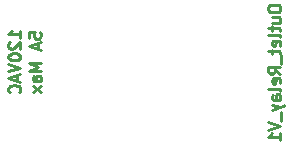
<source format=gbr>
G04 #@! TF.GenerationSoftware,KiCad,Pcbnew,5.0.2-bee76a0~70~ubuntu18.04.1*
G04 #@! TF.CreationDate,2019-01-01T14:42:11-08:00*
G04 #@! TF.ProjectId,Outlet_Relay_V1,4f75746c-6574-45f5-9265-6c61795f5631,rev?*
G04 #@! TF.SameCoordinates,Original*
G04 #@! TF.FileFunction,Legend,Bot*
G04 #@! TF.FilePolarity,Positive*
%FSLAX46Y46*%
G04 Gerber Fmt 4.6, Leading zero omitted, Abs format (unit mm)*
G04 Created by KiCad (PCBNEW 5.0.2-bee76a0~70~ubuntu18.04.1) date Tue 01 Jan 2019 02:42:11 PM PST*
%MOMM*%
%LPD*%
G01*
G04 APERTURE LIST*
%ADD10C,0.250000*%
G04 APERTURE END LIST*
D10*
X140826780Y-78113190D02*
X140826780Y-77541761D01*
X140826780Y-77827476D02*
X139826780Y-77827476D01*
X139969638Y-77732238D01*
X140064876Y-77637000D01*
X140112495Y-77541761D01*
X139922019Y-78494142D02*
X139874400Y-78541761D01*
X139826780Y-78637000D01*
X139826780Y-78875095D01*
X139874400Y-78970333D01*
X139922019Y-79017952D01*
X140017257Y-79065571D01*
X140112495Y-79065571D01*
X140255352Y-79017952D01*
X140826780Y-78446523D01*
X140826780Y-79065571D01*
X139826780Y-79684619D02*
X139826780Y-79779857D01*
X139874400Y-79875095D01*
X139922019Y-79922714D01*
X140017257Y-79970333D01*
X140207733Y-80017952D01*
X140445828Y-80017952D01*
X140636304Y-79970333D01*
X140731542Y-79922714D01*
X140779161Y-79875095D01*
X140826780Y-79779857D01*
X140826780Y-79684619D01*
X140779161Y-79589380D01*
X140731542Y-79541761D01*
X140636304Y-79494142D01*
X140445828Y-79446523D01*
X140207733Y-79446523D01*
X140017257Y-79494142D01*
X139922019Y-79541761D01*
X139874400Y-79589380D01*
X139826780Y-79684619D01*
X139826780Y-80303666D02*
X140826780Y-80637000D01*
X139826780Y-80970333D01*
X140541066Y-81256047D02*
X140541066Y-81732238D01*
X140826780Y-81160809D02*
X139826780Y-81494142D01*
X140826780Y-81827476D01*
X140731542Y-82732238D02*
X140779161Y-82684619D01*
X140826780Y-82541761D01*
X140826780Y-82446523D01*
X140779161Y-82303666D01*
X140683923Y-82208428D01*
X140588685Y-82160809D01*
X140398209Y-82113190D01*
X140255352Y-82113190D01*
X140064876Y-82160809D01*
X139969638Y-82208428D01*
X139874400Y-82303666D01*
X139826780Y-82446523D01*
X139826780Y-82541761D01*
X139874400Y-82684619D01*
X139922019Y-82732238D01*
X141576780Y-78137000D02*
X141576780Y-77660809D01*
X142052971Y-77613190D01*
X142005352Y-77660809D01*
X141957733Y-77756047D01*
X141957733Y-77994142D01*
X142005352Y-78089380D01*
X142052971Y-78137000D01*
X142148209Y-78184619D01*
X142386304Y-78184619D01*
X142481542Y-78137000D01*
X142529161Y-78089380D01*
X142576780Y-77994142D01*
X142576780Y-77756047D01*
X142529161Y-77660809D01*
X142481542Y-77613190D01*
X142291066Y-78565571D02*
X142291066Y-79041761D01*
X142576780Y-78470333D02*
X141576780Y-78803666D01*
X142576780Y-79137000D01*
X142576780Y-80232238D02*
X141576780Y-80232238D01*
X142291066Y-80565571D01*
X141576780Y-80898904D01*
X142576780Y-80898904D01*
X142576780Y-81803666D02*
X142052971Y-81803666D01*
X141957733Y-81756047D01*
X141910114Y-81660809D01*
X141910114Y-81470333D01*
X141957733Y-81375095D01*
X142529161Y-81803666D02*
X142576780Y-81708428D01*
X142576780Y-81470333D01*
X142529161Y-81375095D01*
X142433923Y-81327476D01*
X142338685Y-81327476D01*
X142243447Y-81375095D01*
X142195828Y-81470333D01*
X142195828Y-81708428D01*
X142148209Y-81803666D01*
X142576780Y-82184619D02*
X141910114Y-82708428D01*
X141910114Y-82184619D02*
X142576780Y-82708428D01*
X161834580Y-75538700D02*
X161834580Y-75729176D01*
X161882200Y-75824414D01*
X161977438Y-75919652D01*
X162167914Y-75967271D01*
X162501247Y-75967271D01*
X162691723Y-75919652D01*
X162786961Y-75824414D01*
X162834580Y-75729176D01*
X162834580Y-75538700D01*
X162786961Y-75443461D01*
X162691723Y-75348223D01*
X162501247Y-75300604D01*
X162167914Y-75300604D01*
X161977438Y-75348223D01*
X161882200Y-75443461D01*
X161834580Y-75538700D01*
X162167914Y-76824414D02*
X162834580Y-76824414D01*
X162167914Y-76395842D02*
X162691723Y-76395842D01*
X162786961Y-76443461D01*
X162834580Y-76538700D01*
X162834580Y-76681557D01*
X162786961Y-76776795D01*
X162739342Y-76824414D01*
X162167914Y-77157747D02*
X162167914Y-77538700D01*
X161834580Y-77300604D02*
X162691723Y-77300604D01*
X162786961Y-77348223D01*
X162834580Y-77443461D01*
X162834580Y-77538700D01*
X162834580Y-78014890D02*
X162786961Y-77919652D01*
X162691723Y-77872033D01*
X161834580Y-77872033D01*
X162786961Y-78776795D02*
X162834580Y-78681557D01*
X162834580Y-78491080D01*
X162786961Y-78395842D01*
X162691723Y-78348223D01*
X162310771Y-78348223D01*
X162215533Y-78395842D01*
X162167914Y-78491080D01*
X162167914Y-78681557D01*
X162215533Y-78776795D01*
X162310771Y-78824414D01*
X162406009Y-78824414D01*
X162501247Y-78348223D01*
X162167914Y-79110128D02*
X162167914Y-79491080D01*
X161834580Y-79252985D02*
X162691723Y-79252985D01*
X162786961Y-79300604D01*
X162834580Y-79395842D01*
X162834580Y-79491080D01*
X162929819Y-79586319D02*
X162929819Y-80348223D01*
X162834580Y-81157747D02*
X162358390Y-80824414D01*
X162834580Y-80586319D02*
X161834580Y-80586319D01*
X161834580Y-80967271D01*
X161882200Y-81062509D01*
X161929819Y-81110128D01*
X162025057Y-81157747D01*
X162167914Y-81157747D01*
X162263152Y-81110128D01*
X162310771Y-81062509D01*
X162358390Y-80967271D01*
X162358390Y-80586319D01*
X162786961Y-81967271D02*
X162834580Y-81872033D01*
X162834580Y-81681557D01*
X162786961Y-81586319D01*
X162691723Y-81538700D01*
X162310771Y-81538700D01*
X162215533Y-81586319D01*
X162167914Y-81681557D01*
X162167914Y-81872033D01*
X162215533Y-81967271D01*
X162310771Y-82014890D01*
X162406009Y-82014890D01*
X162501247Y-81538700D01*
X162834580Y-82586319D02*
X162786961Y-82491080D01*
X162691723Y-82443461D01*
X161834580Y-82443461D01*
X162834580Y-83395842D02*
X162310771Y-83395842D01*
X162215533Y-83348223D01*
X162167914Y-83252985D01*
X162167914Y-83062509D01*
X162215533Y-82967271D01*
X162786961Y-83395842D02*
X162834580Y-83300604D01*
X162834580Y-83062509D01*
X162786961Y-82967271D01*
X162691723Y-82919652D01*
X162596485Y-82919652D01*
X162501247Y-82967271D01*
X162453628Y-83062509D01*
X162453628Y-83300604D01*
X162406009Y-83395842D01*
X162167914Y-83776795D02*
X162834580Y-84014890D01*
X162167914Y-84252985D02*
X162834580Y-84014890D01*
X163072676Y-83919652D01*
X163120295Y-83872033D01*
X163167914Y-83776795D01*
X162929819Y-84395842D02*
X162929819Y-85157747D01*
X161834580Y-85252985D02*
X162834580Y-85586319D01*
X161834580Y-85919652D01*
X162834580Y-86776795D02*
X162834580Y-86205366D01*
X162834580Y-86491080D02*
X161834580Y-86491080D01*
X161977438Y-86395842D01*
X162072676Y-86300604D01*
X162120295Y-86205366D01*
M02*

</source>
